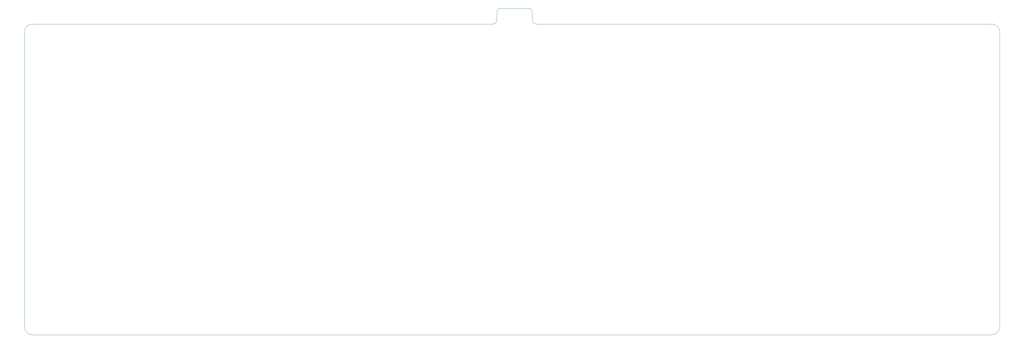
<source format=gbr>
%TF.GenerationSoftware,KiCad,Pcbnew,(5.1.9)-1*%
%TF.CreationDate,2021-03-24T19:16:49+01:00*%
%TF.ProjectId,rabbitholev1,72616262-6974-4686-9f6c-6576312e6b69,rev?*%
%TF.SameCoordinates,Original*%
%TF.FileFunction,Profile,NP*%
%FSLAX46Y46*%
G04 Gerber Fmt 4.6, Leading zero omitted, Abs format (unit mm)*
G04 Created by KiCad (PCBNEW (5.1.9)-1) date 2021-03-24 19:16:49*
%MOMM*%
%LPD*%
G01*
G04 APERTURE LIST*
%TA.AperFunction,Profile*%
%ADD10C,0.050000*%
%TD*%
G04 APERTURE END LIST*
D10*
X312102500Y-219583000D02*
X312102500Y-222250000D01*
X312102500Y-127000000D02*
X312102500Y-219583000D01*
X162560000Y-124460000D02*
X309562500Y-124460000D01*
X162560000Y-124460000D02*
G75*
G02*
X161290000Y-123190000I0J1270000D01*
G01*
X161290000Y-120650000D02*
X161290000Y-123190000D01*
X160020000Y-119380000D02*
G75*
G02*
X161290000Y-120650000I0J-1270000D01*
G01*
X151130000Y-119380000D02*
X160020000Y-119380000D01*
X149860000Y-120650000D02*
G75*
G02*
X151130000Y-119380000I1270000J0D01*
G01*
X149860000Y-123190000D02*
X149860000Y-120650000D01*
X149860000Y-123190000D02*
G75*
G02*
X148590000Y-124460000I-1270000J0D01*
G01*
X309562500Y-124460000D02*
G75*
G02*
X312102500Y-127000000I0J-2540000D01*
G01*
X312102500Y-222250000D02*
G75*
G02*
X309562500Y-224790000I-2540000J0D01*
G01*
X304800000Y-224790000D02*
X309562500Y-224790000D01*
X0Y-224790000D02*
X304800000Y-224790000D01*
X0Y-224790000D02*
G75*
G02*
X-2540000Y-222250000I0J2540000D01*
G01*
X-2540000Y-127000000D02*
X-2540000Y-222250000D01*
X1270000Y-124460000D02*
X0Y-124460000D01*
X-2540000Y-127000000D02*
G75*
G02*
X0Y-124460000I2540000J0D01*
G01*
X148590000Y-124460000D02*
X1270000Y-124460000D01*
M02*

</source>
